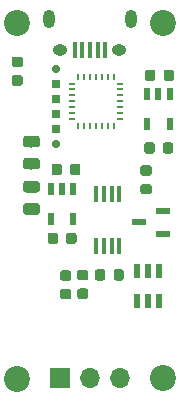
<source format=gbr>
G04 #@! TF.GenerationSoftware,KiCad,Pcbnew,6.0.0-rc1-unknown-bb2e402~84~ubuntu18.04.1*
G04 #@! TF.CreationDate,2019-10-14T10:53:54-04:00
G04 #@! TF.ProjectId,pmtcmini-h10770,706d7463-6d69-46e6-992d-683130373730,rev?*
G04 #@! TF.SameCoordinates,Original*
G04 #@! TF.FileFunction,Soldermask,Top*
G04 #@! TF.FilePolarity,Negative*
%FSLAX46Y46*%
G04 Gerber Fmt 4.6, Leading zero omitted, Abs format (unit mm)*
G04 Created by KiCad (PCBNEW 6.0.0-rc1-unknown-bb2e402~84~ubuntu18.04.1) date Mon 14 Oct 2019 10:53:54 AM EDT*
%MOMM*%
%LPD*%
G04 APERTURE LIST*
%ADD10C,0.100000*%
%ADD11C,0.875000*%
%ADD12R,0.406400X1.371600*%
%ADD13C,2.200000*%
%ADD14R,0.600000X1.250000*%
%ADD15R,1.295400X0.558800*%
%ADD16O,1.700000X1.700000*%
%ADD17R,1.700000X1.700000*%
%ADD18C,0.975000*%
%ADD19R,0.550000X1.050000*%
%ADD20R,0.700000X0.700000*%
%ADD21C,0.704800*%
%ADD22R,0.270000X0.620000*%
%ADD23R,0.620000X0.270000*%
%ADD24O,1.000000X1.550000*%
%ADD25O,1.250000X0.950000*%
%ADD26R,0.400000X1.350000*%
G04 APERTURE END LIST*
D10*
G36*
X137927691Y-76476053D02*
G01*
X137948926Y-76479203D01*
X137969750Y-76484419D01*
X137989962Y-76491651D01*
X138009368Y-76500830D01*
X138027781Y-76511866D01*
X138045024Y-76524654D01*
X138060930Y-76539070D01*
X138075346Y-76554976D01*
X138088134Y-76572219D01*
X138099170Y-76590632D01*
X138108349Y-76610038D01*
X138115581Y-76630250D01*
X138120797Y-76651074D01*
X138123947Y-76672309D01*
X138125000Y-76693750D01*
X138125000Y-77206250D01*
X138123947Y-77227691D01*
X138120797Y-77248926D01*
X138115581Y-77269750D01*
X138108349Y-77289962D01*
X138099170Y-77309368D01*
X138088134Y-77327781D01*
X138075346Y-77345024D01*
X138060930Y-77360930D01*
X138045024Y-77375346D01*
X138027781Y-77388134D01*
X138009368Y-77399170D01*
X137989962Y-77408349D01*
X137969750Y-77415581D01*
X137948926Y-77420797D01*
X137927691Y-77423947D01*
X137906250Y-77425000D01*
X137468750Y-77425000D01*
X137447309Y-77423947D01*
X137426074Y-77420797D01*
X137405250Y-77415581D01*
X137385038Y-77408349D01*
X137365632Y-77399170D01*
X137347219Y-77388134D01*
X137329976Y-77375346D01*
X137314070Y-77360930D01*
X137299654Y-77345024D01*
X137286866Y-77327781D01*
X137275830Y-77309368D01*
X137266651Y-77289962D01*
X137259419Y-77269750D01*
X137254203Y-77248926D01*
X137251053Y-77227691D01*
X137250000Y-77206250D01*
X137250000Y-76693750D01*
X137251053Y-76672309D01*
X137254203Y-76651074D01*
X137259419Y-76630250D01*
X137266651Y-76610038D01*
X137275830Y-76590632D01*
X137286866Y-76572219D01*
X137299654Y-76554976D01*
X137314070Y-76539070D01*
X137329976Y-76524654D01*
X137347219Y-76511866D01*
X137365632Y-76500830D01*
X137385038Y-76491651D01*
X137405250Y-76484419D01*
X137426074Y-76479203D01*
X137447309Y-76476053D01*
X137468750Y-76475000D01*
X137906250Y-76475000D01*
X137927691Y-76476053D01*
X137927691Y-76476053D01*
G37*
D11*
X137687500Y-76950000D03*
D10*
G36*
X136352691Y-76476053D02*
G01*
X136373926Y-76479203D01*
X136394750Y-76484419D01*
X136414962Y-76491651D01*
X136434368Y-76500830D01*
X136452781Y-76511866D01*
X136470024Y-76524654D01*
X136485930Y-76539070D01*
X136500346Y-76554976D01*
X136513134Y-76572219D01*
X136524170Y-76590632D01*
X136533349Y-76610038D01*
X136540581Y-76630250D01*
X136545797Y-76651074D01*
X136548947Y-76672309D01*
X136550000Y-76693750D01*
X136550000Y-77206250D01*
X136548947Y-77227691D01*
X136545797Y-77248926D01*
X136540581Y-77269750D01*
X136533349Y-77289962D01*
X136524170Y-77309368D01*
X136513134Y-77327781D01*
X136500346Y-77345024D01*
X136485930Y-77360930D01*
X136470024Y-77375346D01*
X136452781Y-77388134D01*
X136434368Y-77399170D01*
X136414962Y-77408349D01*
X136394750Y-77415581D01*
X136373926Y-77420797D01*
X136352691Y-77423947D01*
X136331250Y-77425000D01*
X135893750Y-77425000D01*
X135872309Y-77423947D01*
X135851074Y-77420797D01*
X135830250Y-77415581D01*
X135810038Y-77408349D01*
X135790632Y-77399170D01*
X135772219Y-77388134D01*
X135754976Y-77375346D01*
X135739070Y-77360930D01*
X135724654Y-77345024D01*
X135711866Y-77327781D01*
X135700830Y-77309368D01*
X135691651Y-77289962D01*
X135684419Y-77269750D01*
X135679203Y-77248926D01*
X135676053Y-77227691D01*
X135675000Y-77206250D01*
X135675000Y-76693750D01*
X135676053Y-76672309D01*
X135679203Y-76651074D01*
X135684419Y-76630250D01*
X135691651Y-76610038D01*
X135700830Y-76590632D01*
X135711866Y-76572219D01*
X135724654Y-76554976D01*
X135739070Y-76539070D01*
X135754976Y-76524654D01*
X135772219Y-76511866D01*
X135790632Y-76500830D01*
X135810038Y-76491651D01*
X135830250Y-76484419D01*
X135851074Y-76479203D01*
X135872309Y-76476053D01*
X135893750Y-76475000D01*
X136331250Y-76475000D01*
X136352691Y-76476053D01*
X136352691Y-76476053D01*
G37*
D11*
X136112500Y-76950000D03*
D12*
X137740600Y-74484400D03*
X137080200Y-74484400D03*
X136419800Y-74484400D03*
X135759400Y-74484400D03*
X135759400Y-70115600D03*
X136419800Y-70115600D03*
X137080200Y-70115600D03*
X137740600Y-70115600D03*
D13*
X141400000Y-55600000D03*
X129100000Y-55600000D03*
X141400000Y-85700000D03*
X129100000Y-85800000D03*
D14*
X141100000Y-79150000D03*
X140150000Y-79150000D03*
X139200000Y-79150000D03*
X139200000Y-76650000D03*
X140150000Y-76650000D03*
X141100000Y-76650000D03*
D15*
X139421300Y-72500000D03*
X141478700Y-71550000D03*
X141478700Y-73450000D03*
D16*
X137780000Y-85700000D03*
X135240000Y-85700000D03*
D17*
X132700000Y-85700000D03*
D10*
G36*
X129377691Y-58476053D02*
G01*
X129398926Y-58479203D01*
X129419750Y-58484419D01*
X129439962Y-58491651D01*
X129459368Y-58500830D01*
X129477781Y-58511866D01*
X129495024Y-58524654D01*
X129510930Y-58539070D01*
X129525346Y-58554976D01*
X129538134Y-58572219D01*
X129549170Y-58590632D01*
X129558349Y-58610038D01*
X129565581Y-58630250D01*
X129570797Y-58651074D01*
X129573947Y-58672309D01*
X129575000Y-58693750D01*
X129575000Y-59131250D01*
X129573947Y-59152691D01*
X129570797Y-59173926D01*
X129565581Y-59194750D01*
X129558349Y-59214962D01*
X129549170Y-59234368D01*
X129538134Y-59252781D01*
X129525346Y-59270024D01*
X129510930Y-59285930D01*
X129495024Y-59300346D01*
X129477781Y-59313134D01*
X129459368Y-59324170D01*
X129439962Y-59333349D01*
X129419750Y-59340581D01*
X129398926Y-59345797D01*
X129377691Y-59348947D01*
X129356250Y-59350000D01*
X128843750Y-59350000D01*
X128822309Y-59348947D01*
X128801074Y-59345797D01*
X128780250Y-59340581D01*
X128760038Y-59333349D01*
X128740632Y-59324170D01*
X128722219Y-59313134D01*
X128704976Y-59300346D01*
X128689070Y-59285930D01*
X128674654Y-59270024D01*
X128661866Y-59252781D01*
X128650830Y-59234368D01*
X128641651Y-59214962D01*
X128634419Y-59194750D01*
X128629203Y-59173926D01*
X128626053Y-59152691D01*
X128625000Y-59131250D01*
X128625000Y-58693750D01*
X128626053Y-58672309D01*
X128629203Y-58651074D01*
X128634419Y-58630250D01*
X128641651Y-58610038D01*
X128650830Y-58590632D01*
X128661866Y-58572219D01*
X128674654Y-58554976D01*
X128689070Y-58539070D01*
X128704976Y-58524654D01*
X128722219Y-58511866D01*
X128740632Y-58500830D01*
X128760038Y-58491651D01*
X128780250Y-58484419D01*
X128801074Y-58479203D01*
X128822309Y-58476053D01*
X128843750Y-58475000D01*
X129356250Y-58475000D01*
X129377691Y-58476053D01*
X129377691Y-58476053D01*
G37*
D11*
X129100000Y-58912500D03*
D10*
G36*
X129377691Y-60051053D02*
G01*
X129398926Y-60054203D01*
X129419750Y-60059419D01*
X129439962Y-60066651D01*
X129459368Y-60075830D01*
X129477781Y-60086866D01*
X129495024Y-60099654D01*
X129510930Y-60114070D01*
X129525346Y-60129976D01*
X129538134Y-60147219D01*
X129549170Y-60165632D01*
X129558349Y-60185038D01*
X129565581Y-60205250D01*
X129570797Y-60226074D01*
X129573947Y-60247309D01*
X129575000Y-60268750D01*
X129575000Y-60706250D01*
X129573947Y-60727691D01*
X129570797Y-60748926D01*
X129565581Y-60769750D01*
X129558349Y-60789962D01*
X129549170Y-60809368D01*
X129538134Y-60827781D01*
X129525346Y-60845024D01*
X129510930Y-60860930D01*
X129495024Y-60875346D01*
X129477781Y-60888134D01*
X129459368Y-60899170D01*
X129439962Y-60908349D01*
X129419750Y-60915581D01*
X129398926Y-60920797D01*
X129377691Y-60923947D01*
X129356250Y-60925000D01*
X128843750Y-60925000D01*
X128822309Y-60923947D01*
X128801074Y-60920797D01*
X128780250Y-60915581D01*
X128760038Y-60908349D01*
X128740632Y-60899170D01*
X128722219Y-60888134D01*
X128704976Y-60875346D01*
X128689070Y-60860930D01*
X128674654Y-60845024D01*
X128661866Y-60827781D01*
X128650830Y-60809368D01*
X128641651Y-60789962D01*
X128634419Y-60769750D01*
X128629203Y-60748926D01*
X128626053Y-60727691D01*
X128625000Y-60706250D01*
X128625000Y-60268750D01*
X128626053Y-60247309D01*
X128629203Y-60226074D01*
X128634419Y-60205250D01*
X128641651Y-60185038D01*
X128650830Y-60165632D01*
X128661866Y-60147219D01*
X128674654Y-60129976D01*
X128689070Y-60114070D01*
X128704976Y-60099654D01*
X128722219Y-60086866D01*
X128740632Y-60075830D01*
X128760038Y-60066651D01*
X128780250Y-60059419D01*
X128801074Y-60054203D01*
X128822309Y-60051053D01*
X128843750Y-60050000D01*
X129356250Y-60050000D01*
X129377691Y-60051053D01*
X129377691Y-60051053D01*
G37*
D11*
X129100000Y-60487500D03*
D10*
G36*
X130780142Y-65176174D02*
G01*
X130803803Y-65179684D01*
X130827007Y-65185496D01*
X130849529Y-65193554D01*
X130871153Y-65203782D01*
X130891670Y-65216079D01*
X130910883Y-65230329D01*
X130928607Y-65246393D01*
X130944671Y-65264117D01*
X130958921Y-65283330D01*
X130971218Y-65303847D01*
X130981446Y-65325471D01*
X130989504Y-65347993D01*
X130995316Y-65371197D01*
X130998826Y-65394858D01*
X131000000Y-65418750D01*
X131000000Y-65906250D01*
X130998826Y-65930142D01*
X130995316Y-65953803D01*
X130989504Y-65977007D01*
X130981446Y-65999529D01*
X130971218Y-66021153D01*
X130958921Y-66041670D01*
X130944671Y-66060883D01*
X130928607Y-66078607D01*
X130910883Y-66094671D01*
X130891670Y-66108921D01*
X130871153Y-66121218D01*
X130849529Y-66131446D01*
X130827007Y-66139504D01*
X130803803Y-66145316D01*
X130780142Y-66148826D01*
X130756250Y-66150000D01*
X129843750Y-66150000D01*
X129819858Y-66148826D01*
X129796197Y-66145316D01*
X129772993Y-66139504D01*
X129750471Y-66131446D01*
X129728847Y-66121218D01*
X129708330Y-66108921D01*
X129689117Y-66094671D01*
X129671393Y-66078607D01*
X129655329Y-66060883D01*
X129641079Y-66041670D01*
X129628782Y-66021153D01*
X129618554Y-65999529D01*
X129610496Y-65977007D01*
X129604684Y-65953803D01*
X129601174Y-65930142D01*
X129600000Y-65906250D01*
X129600000Y-65418750D01*
X129601174Y-65394858D01*
X129604684Y-65371197D01*
X129610496Y-65347993D01*
X129618554Y-65325471D01*
X129628782Y-65303847D01*
X129641079Y-65283330D01*
X129655329Y-65264117D01*
X129671393Y-65246393D01*
X129689117Y-65230329D01*
X129708330Y-65216079D01*
X129728847Y-65203782D01*
X129750471Y-65193554D01*
X129772993Y-65185496D01*
X129796197Y-65179684D01*
X129819858Y-65176174D01*
X129843750Y-65175000D01*
X130756250Y-65175000D01*
X130780142Y-65176174D01*
X130780142Y-65176174D01*
G37*
D18*
X130300000Y-65662500D03*
D10*
G36*
X130780142Y-67051174D02*
G01*
X130803803Y-67054684D01*
X130827007Y-67060496D01*
X130849529Y-67068554D01*
X130871153Y-67078782D01*
X130891670Y-67091079D01*
X130910883Y-67105329D01*
X130928607Y-67121393D01*
X130944671Y-67139117D01*
X130958921Y-67158330D01*
X130971218Y-67178847D01*
X130981446Y-67200471D01*
X130989504Y-67222993D01*
X130995316Y-67246197D01*
X130998826Y-67269858D01*
X131000000Y-67293750D01*
X131000000Y-67781250D01*
X130998826Y-67805142D01*
X130995316Y-67828803D01*
X130989504Y-67852007D01*
X130981446Y-67874529D01*
X130971218Y-67896153D01*
X130958921Y-67916670D01*
X130944671Y-67935883D01*
X130928607Y-67953607D01*
X130910883Y-67969671D01*
X130891670Y-67983921D01*
X130871153Y-67996218D01*
X130849529Y-68006446D01*
X130827007Y-68014504D01*
X130803803Y-68020316D01*
X130780142Y-68023826D01*
X130756250Y-68025000D01*
X129843750Y-68025000D01*
X129819858Y-68023826D01*
X129796197Y-68020316D01*
X129772993Y-68014504D01*
X129750471Y-68006446D01*
X129728847Y-67996218D01*
X129708330Y-67983921D01*
X129689117Y-67969671D01*
X129671393Y-67953607D01*
X129655329Y-67935883D01*
X129641079Y-67916670D01*
X129628782Y-67896153D01*
X129618554Y-67874529D01*
X129610496Y-67852007D01*
X129604684Y-67828803D01*
X129601174Y-67805142D01*
X129600000Y-67781250D01*
X129600000Y-67293750D01*
X129601174Y-67269858D01*
X129604684Y-67246197D01*
X129610496Y-67222993D01*
X129618554Y-67200471D01*
X129628782Y-67178847D01*
X129641079Y-67158330D01*
X129655329Y-67139117D01*
X129671393Y-67121393D01*
X129689117Y-67105329D01*
X129708330Y-67091079D01*
X129728847Y-67078782D01*
X129750471Y-67068554D01*
X129772993Y-67060496D01*
X129796197Y-67054684D01*
X129819858Y-67051174D01*
X129843750Y-67050000D01*
X130756250Y-67050000D01*
X130780142Y-67051174D01*
X130780142Y-67051174D01*
G37*
D18*
X130300000Y-67537500D03*
D10*
G36*
X130780142Y-69001174D02*
G01*
X130803803Y-69004684D01*
X130827007Y-69010496D01*
X130849529Y-69018554D01*
X130871153Y-69028782D01*
X130891670Y-69041079D01*
X130910883Y-69055329D01*
X130928607Y-69071393D01*
X130944671Y-69089117D01*
X130958921Y-69108330D01*
X130971218Y-69128847D01*
X130981446Y-69150471D01*
X130989504Y-69172993D01*
X130995316Y-69196197D01*
X130998826Y-69219858D01*
X131000000Y-69243750D01*
X131000000Y-69731250D01*
X130998826Y-69755142D01*
X130995316Y-69778803D01*
X130989504Y-69802007D01*
X130981446Y-69824529D01*
X130971218Y-69846153D01*
X130958921Y-69866670D01*
X130944671Y-69885883D01*
X130928607Y-69903607D01*
X130910883Y-69919671D01*
X130891670Y-69933921D01*
X130871153Y-69946218D01*
X130849529Y-69956446D01*
X130827007Y-69964504D01*
X130803803Y-69970316D01*
X130780142Y-69973826D01*
X130756250Y-69975000D01*
X129843750Y-69975000D01*
X129819858Y-69973826D01*
X129796197Y-69970316D01*
X129772993Y-69964504D01*
X129750471Y-69956446D01*
X129728847Y-69946218D01*
X129708330Y-69933921D01*
X129689117Y-69919671D01*
X129671393Y-69903607D01*
X129655329Y-69885883D01*
X129641079Y-69866670D01*
X129628782Y-69846153D01*
X129618554Y-69824529D01*
X129610496Y-69802007D01*
X129604684Y-69778803D01*
X129601174Y-69755142D01*
X129600000Y-69731250D01*
X129600000Y-69243750D01*
X129601174Y-69219858D01*
X129604684Y-69196197D01*
X129610496Y-69172993D01*
X129618554Y-69150471D01*
X129628782Y-69128847D01*
X129641079Y-69108330D01*
X129655329Y-69089117D01*
X129671393Y-69071393D01*
X129689117Y-69055329D01*
X129708330Y-69041079D01*
X129728847Y-69028782D01*
X129750471Y-69018554D01*
X129772993Y-69010496D01*
X129796197Y-69004684D01*
X129819858Y-69001174D01*
X129843750Y-69000000D01*
X130756250Y-69000000D01*
X130780142Y-69001174D01*
X130780142Y-69001174D01*
G37*
D18*
X130300000Y-69487500D03*
D10*
G36*
X130780142Y-70876174D02*
G01*
X130803803Y-70879684D01*
X130827007Y-70885496D01*
X130849529Y-70893554D01*
X130871153Y-70903782D01*
X130891670Y-70916079D01*
X130910883Y-70930329D01*
X130928607Y-70946393D01*
X130944671Y-70964117D01*
X130958921Y-70983330D01*
X130971218Y-71003847D01*
X130981446Y-71025471D01*
X130989504Y-71047993D01*
X130995316Y-71071197D01*
X130998826Y-71094858D01*
X131000000Y-71118750D01*
X131000000Y-71606250D01*
X130998826Y-71630142D01*
X130995316Y-71653803D01*
X130989504Y-71677007D01*
X130981446Y-71699529D01*
X130971218Y-71721153D01*
X130958921Y-71741670D01*
X130944671Y-71760883D01*
X130928607Y-71778607D01*
X130910883Y-71794671D01*
X130891670Y-71808921D01*
X130871153Y-71821218D01*
X130849529Y-71831446D01*
X130827007Y-71839504D01*
X130803803Y-71845316D01*
X130780142Y-71848826D01*
X130756250Y-71850000D01*
X129843750Y-71850000D01*
X129819858Y-71848826D01*
X129796197Y-71845316D01*
X129772993Y-71839504D01*
X129750471Y-71831446D01*
X129728847Y-71821218D01*
X129708330Y-71808921D01*
X129689117Y-71794671D01*
X129671393Y-71778607D01*
X129655329Y-71760883D01*
X129641079Y-71741670D01*
X129628782Y-71721153D01*
X129618554Y-71699529D01*
X129610496Y-71677007D01*
X129604684Y-71653803D01*
X129601174Y-71630142D01*
X129600000Y-71606250D01*
X129600000Y-71118750D01*
X129601174Y-71094858D01*
X129604684Y-71071197D01*
X129610496Y-71047993D01*
X129618554Y-71025471D01*
X129628782Y-71003847D01*
X129641079Y-70983330D01*
X129655329Y-70964117D01*
X129671393Y-70946393D01*
X129689117Y-70930329D01*
X129708330Y-70916079D01*
X129728847Y-70903782D01*
X129750471Y-70893554D01*
X129772993Y-70885496D01*
X129796197Y-70879684D01*
X129819858Y-70876174D01*
X129843750Y-70875000D01*
X130756250Y-70875000D01*
X130780142Y-70876174D01*
X130780142Y-70876174D01*
G37*
D18*
X130300000Y-71362500D03*
D10*
G36*
X134927691Y-78101053D02*
G01*
X134948926Y-78104203D01*
X134969750Y-78109419D01*
X134989962Y-78116651D01*
X135009368Y-78125830D01*
X135027781Y-78136866D01*
X135045024Y-78149654D01*
X135060930Y-78164070D01*
X135075346Y-78179976D01*
X135088134Y-78197219D01*
X135099170Y-78215632D01*
X135108349Y-78235038D01*
X135115581Y-78255250D01*
X135120797Y-78276074D01*
X135123947Y-78297309D01*
X135125000Y-78318750D01*
X135125000Y-78756250D01*
X135123947Y-78777691D01*
X135120797Y-78798926D01*
X135115581Y-78819750D01*
X135108349Y-78839962D01*
X135099170Y-78859368D01*
X135088134Y-78877781D01*
X135075346Y-78895024D01*
X135060930Y-78910930D01*
X135045024Y-78925346D01*
X135027781Y-78938134D01*
X135009368Y-78949170D01*
X134989962Y-78958349D01*
X134969750Y-78965581D01*
X134948926Y-78970797D01*
X134927691Y-78973947D01*
X134906250Y-78975000D01*
X134393750Y-78975000D01*
X134372309Y-78973947D01*
X134351074Y-78970797D01*
X134330250Y-78965581D01*
X134310038Y-78958349D01*
X134290632Y-78949170D01*
X134272219Y-78938134D01*
X134254976Y-78925346D01*
X134239070Y-78910930D01*
X134224654Y-78895024D01*
X134211866Y-78877781D01*
X134200830Y-78859368D01*
X134191651Y-78839962D01*
X134184419Y-78819750D01*
X134179203Y-78798926D01*
X134176053Y-78777691D01*
X134175000Y-78756250D01*
X134175000Y-78318750D01*
X134176053Y-78297309D01*
X134179203Y-78276074D01*
X134184419Y-78255250D01*
X134191651Y-78235038D01*
X134200830Y-78215632D01*
X134211866Y-78197219D01*
X134224654Y-78179976D01*
X134239070Y-78164070D01*
X134254976Y-78149654D01*
X134272219Y-78136866D01*
X134290632Y-78125830D01*
X134310038Y-78116651D01*
X134330250Y-78109419D01*
X134351074Y-78104203D01*
X134372309Y-78101053D01*
X134393750Y-78100000D01*
X134906250Y-78100000D01*
X134927691Y-78101053D01*
X134927691Y-78101053D01*
G37*
D11*
X134650000Y-78537500D03*
D10*
G36*
X134927691Y-76526053D02*
G01*
X134948926Y-76529203D01*
X134969750Y-76534419D01*
X134989962Y-76541651D01*
X135009368Y-76550830D01*
X135027781Y-76561866D01*
X135045024Y-76574654D01*
X135060930Y-76589070D01*
X135075346Y-76604976D01*
X135088134Y-76622219D01*
X135099170Y-76640632D01*
X135108349Y-76660038D01*
X135115581Y-76680250D01*
X135120797Y-76701074D01*
X135123947Y-76722309D01*
X135125000Y-76743750D01*
X135125000Y-77181250D01*
X135123947Y-77202691D01*
X135120797Y-77223926D01*
X135115581Y-77244750D01*
X135108349Y-77264962D01*
X135099170Y-77284368D01*
X135088134Y-77302781D01*
X135075346Y-77320024D01*
X135060930Y-77335930D01*
X135045024Y-77350346D01*
X135027781Y-77363134D01*
X135009368Y-77374170D01*
X134989962Y-77383349D01*
X134969750Y-77390581D01*
X134948926Y-77395797D01*
X134927691Y-77398947D01*
X134906250Y-77400000D01*
X134393750Y-77400000D01*
X134372309Y-77398947D01*
X134351074Y-77395797D01*
X134330250Y-77390581D01*
X134310038Y-77383349D01*
X134290632Y-77374170D01*
X134272219Y-77363134D01*
X134254976Y-77350346D01*
X134239070Y-77335930D01*
X134224654Y-77320024D01*
X134211866Y-77302781D01*
X134200830Y-77284368D01*
X134191651Y-77264962D01*
X134184419Y-77244750D01*
X134179203Y-77223926D01*
X134176053Y-77202691D01*
X134175000Y-77181250D01*
X134175000Y-76743750D01*
X134176053Y-76722309D01*
X134179203Y-76701074D01*
X134184419Y-76680250D01*
X134191651Y-76660038D01*
X134200830Y-76640632D01*
X134211866Y-76622219D01*
X134224654Y-76604976D01*
X134239070Y-76589070D01*
X134254976Y-76574654D01*
X134272219Y-76561866D01*
X134290632Y-76550830D01*
X134310038Y-76541651D01*
X134330250Y-76534419D01*
X134351074Y-76529203D01*
X134372309Y-76526053D01*
X134393750Y-76525000D01*
X134906250Y-76525000D01*
X134927691Y-76526053D01*
X134927691Y-76526053D01*
G37*
D11*
X134650000Y-76962500D03*
D10*
G36*
X133477691Y-76563553D02*
G01*
X133498926Y-76566703D01*
X133519750Y-76571919D01*
X133539962Y-76579151D01*
X133559368Y-76588330D01*
X133577781Y-76599366D01*
X133595024Y-76612154D01*
X133610930Y-76626570D01*
X133625346Y-76642476D01*
X133638134Y-76659719D01*
X133649170Y-76678132D01*
X133658349Y-76697538D01*
X133665581Y-76717750D01*
X133670797Y-76738574D01*
X133673947Y-76759809D01*
X133675000Y-76781250D01*
X133675000Y-77218750D01*
X133673947Y-77240191D01*
X133670797Y-77261426D01*
X133665581Y-77282250D01*
X133658349Y-77302462D01*
X133649170Y-77321868D01*
X133638134Y-77340281D01*
X133625346Y-77357524D01*
X133610930Y-77373430D01*
X133595024Y-77387846D01*
X133577781Y-77400634D01*
X133559368Y-77411670D01*
X133539962Y-77420849D01*
X133519750Y-77428081D01*
X133498926Y-77433297D01*
X133477691Y-77436447D01*
X133456250Y-77437500D01*
X132943750Y-77437500D01*
X132922309Y-77436447D01*
X132901074Y-77433297D01*
X132880250Y-77428081D01*
X132860038Y-77420849D01*
X132840632Y-77411670D01*
X132822219Y-77400634D01*
X132804976Y-77387846D01*
X132789070Y-77373430D01*
X132774654Y-77357524D01*
X132761866Y-77340281D01*
X132750830Y-77321868D01*
X132741651Y-77302462D01*
X132734419Y-77282250D01*
X132729203Y-77261426D01*
X132726053Y-77240191D01*
X132725000Y-77218750D01*
X132725000Y-76781250D01*
X132726053Y-76759809D01*
X132729203Y-76738574D01*
X132734419Y-76717750D01*
X132741651Y-76697538D01*
X132750830Y-76678132D01*
X132761866Y-76659719D01*
X132774654Y-76642476D01*
X132789070Y-76626570D01*
X132804976Y-76612154D01*
X132822219Y-76599366D01*
X132840632Y-76588330D01*
X132860038Y-76579151D01*
X132880250Y-76571919D01*
X132901074Y-76566703D01*
X132922309Y-76563553D01*
X132943750Y-76562500D01*
X133456250Y-76562500D01*
X133477691Y-76563553D01*
X133477691Y-76563553D01*
G37*
D11*
X133200000Y-77000000D03*
D10*
G36*
X133477691Y-78138553D02*
G01*
X133498926Y-78141703D01*
X133519750Y-78146919D01*
X133539962Y-78154151D01*
X133559368Y-78163330D01*
X133577781Y-78174366D01*
X133595024Y-78187154D01*
X133610930Y-78201570D01*
X133625346Y-78217476D01*
X133638134Y-78234719D01*
X133649170Y-78253132D01*
X133658349Y-78272538D01*
X133665581Y-78292750D01*
X133670797Y-78313574D01*
X133673947Y-78334809D01*
X133675000Y-78356250D01*
X133675000Y-78793750D01*
X133673947Y-78815191D01*
X133670797Y-78836426D01*
X133665581Y-78857250D01*
X133658349Y-78877462D01*
X133649170Y-78896868D01*
X133638134Y-78915281D01*
X133625346Y-78932524D01*
X133610930Y-78948430D01*
X133595024Y-78962846D01*
X133577781Y-78975634D01*
X133559368Y-78986670D01*
X133539962Y-78995849D01*
X133519750Y-79003081D01*
X133498926Y-79008297D01*
X133477691Y-79011447D01*
X133456250Y-79012500D01*
X132943750Y-79012500D01*
X132922309Y-79011447D01*
X132901074Y-79008297D01*
X132880250Y-79003081D01*
X132860038Y-78995849D01*
X132840632Y-78986670D01*
X132822219Y-78975634D01*
X132804976Y-78962846D01*
X132789070Y-78948430D01*
X132774654Y-78932524D01*
X132761866Y-78915281D01*
X132750830Y-78896868D01*
X132741651Y-78877462D01*
X132734419Y-78857250D01*
X132729203Y-78836426D01*
X132726053Y-78815191D01*
X132725000Y-78793750D01*
X132725000Y-78356250D01*
X132726053Y-78334809D01*
X132729203Y-78313574D01*
X132734419Y-78292750D01*
X132741651Y-78272538D01*
X132750830Y-78253132D01*
X132761866Y-78234719D01*
X132774654Y-78217476D01*
X132789070Y-78201570D01*
X132804976Y-78187154D01*
X132822219Y-78174366D01*
X132840632Y-78163330D01*
X132860038Y-78154151D01*
X132880250Y-78146919D01*
X132901074Y-78141703D01*
X132922309Y-78138553D01*
X132943750Y-78137500D01*
X133456250Y-78137500D01*
X133477691Y-78138553D01*
X133477691Y-78138553D01*
G37*
D11*
X133200000Y-78575000D03*
D10*
G36*
X142102691Y-65726053D02*
G01*
X142123926Y-65729203D01*
X142144750Y-65734419D01*
X142164962Y-65741651D01*
X142184368Y-65750830D01*
X142202781Y-65761866D01*
X142220024Y-65774654D01*
X142235930Y-65789070D01*
X142250346Y-65804976D01*
X142263134Y-65822219D01*
X142274170Y-65840632D01*
X142283349Y-65860038D01*
X142290581Y-65880250D01*
X142295797Y-65901074D01*
X142298947Y-65922309D01*
X142300000Y-65943750D01*
X142300000Y-66456250D01*
X142298947Y-66477691D01*
X142295797Y-66498926D01*
X142290581Y-66519750D01*
X142283349Y-66539962D01*
X142274170Y-66559368D01*
X142263134Y-66577781D01*
X142250346Y-66595024D01*
X142235930Y-66610930D01*
X142220024Y-66625346D01*
X142202781Y-66638134D01*
X142184368Y-66649170D01*
X142164962Y-66658349D01*
X142144750Y-66665581D01*
X142123926Y-66670797D01*
X142102691Y-66673947D01*
X142081250Y-66675000D01*
X141643750Y-66675000D01*
X141622309Y-66673947D01*
X141601074Y-66670797D01*
X141580250Y-66665581D01*
X141560038Y-66658349D01*
X141540632Y-66649170D01*
X141522219Y-66638134D01*
X141504976Y-66625346D01*
X141489070Y-66610930D01*
X141474654Y-66595024D01*
X141461866Y-66577781D01*
X141450830Y-66559368D01*
X141441651Y-66539962D01*
X141434419Y-66519750D01*
X141429203Y-66498926D01*
X141426053Y-66477691D01*
X141425000Y-66456250D01*
X141425000Y-65943750D01*
X141426053Y-65922309D01*
X141429203Y-65901074D01*
X141434419Y-65880250D01*
X141441651Y-65860038D01*
X141450830Y-65840632D01*
X141461866Y-65822219D01*
X141474654Y-65804976D01*
X141489070Y-65789070D01*
X141504976Y-65774654D01*
X141522219Y-65761866D01*
X141540632Y-65750830D01*
X141560038Y-65741651D01*
X141580250Y-65734419D01*
X141601074Y-65729203D01*
X141622309Y-65726053D01*
X141643750Y-65725000D01*
X142081250Y-65725000D01*
X142102691Y-65726053D01*
X142102691Y-65726053D01*
G37*
D11*
X141862500Y-66200000D03*
D10*
G36*
X140527691Y-65726053D02*
G01*
X140548926Y-65729203D01*
X140569750Y-65734419D01*
X140589962Y-65741651D01*
X140609368Y-65750830D01*
X140627781Y-65761866D01*
X140645024Y-65774654D01*
X140660930Y-65789070D01*
X140675346Y-65804976D01*
X140688134Y-65822219D01*
X140699170Y-65840632D01*
X140708349Y-65860038D01*
X140715581Y-65880250D01*
X140720797Y-65901074D01*
X140723947Y-65922309D01*
X140725000Y-65943750D01*
X140725000Y-66456250D01*
X140723947Y-66477691D01*
X140720797Y-66498926D01*
X140715581Y-66519750D01*
X140708349Y-66539962D01*
X140699170Y-66559368D01*
X140688134Y-66577781D01*
X140675346Y-66595024D01*
X140660930Y-66610930D01*
X140645024Y-66625346D01*
X140627781Y-66638134D01*
X140609368Y-66649170D01*
X140589962Y-66658349D01*
X140569750Y-66665581D01*
X140548926Y-66670797D01*
X140527691Y-66673947D01*
X140506250Y-66675000D01*
X140068750Y-66675000D01*
X140047309Y-66673947D01*
X140026074Y-66670797D01*
X140005250Y-66665581D01*
X139985038Y-66658349D01*
X139965632Y-66649170D01*
X139947219Y-66638134D01*
X139929976Y-66625346D01*
X139914070Y-66610930D01*
X139899654Y-66595024D01*
X139886866Y-66577781D01*
X139875830Y-66559368D01*
X139866651Y-66539962D01*
X139859419Y-66519750D01*
X139854203Y-66498926D01*
X139851053Y-66477691D01*
X139850000Y-66456250D01*
X139850000Y-65943750D01*
X139851053Y-65922309D01*
X139854203Y-65901074D01*
X139859419Y-65880250D01*
X139866651Y-65860038D01*
X139875830Y-65840632D01*
X139886866Y-65822219D01*
X139899654Y-65804976D01*
X139914070Y-65789070D01*
X139929976Y-65774654D01*
X139947219Y-65761866D01*
X139965632Y-65750830D01*
X139985038Y-65741651D01*
X140005250Y-65734419D01*
X140026074Y-65729203D01*
X140047309Y-65726053D01*
X140068750Y-65725000D01*
X140506250Y-65725000D01*
X140527691Y-65726053D01*
X140527691Y-65726053D01*
G37*
D11*
X140287500Y-66200000D03*
D10*
G36*
X133927691Y-73376053D02*
G01*
X133948926Y-73379203D01*
X133969750Y-73384419D01*
X133989962Y-73391651D01*
X134009368Y-73400830D01*
X134027781Y-73411866D01*
X134045024Y-73424654D01*
X134060930Y-73439070D01*
X134075346Y-73454976D01*
X134088134Y-73472219D01*
X134099170Y-73490632D01*
X134108349Y-73510038D01*
X134115581Y-73530250D01*
X134120797Y-73551074D01*
X134123947Y-73572309D01*
X134125000Y-73593750D01*
X134125000Y-74106250D01*
X134123947Y-74127691D01*
X134120797Y-74148926D01*
X134115581Y-74169750D01*
X134108349Y-74189962D01*
X134099170Y-74209368D01*
X134088134Y-74227781D01*
X134075346Y-74245024D01*
X134060930Y-74260930D01*
X134045024Y-74275346D01*
X134027781Y-74288134D01*
X134009368Y-74299170D01*
X133989962Y-74308349D01*
X133969750Y-74315581D01*
X133948926Y-74320797D01*
X133927691Y-74323947D01*
X133906250Y-74325000D01*
X133468750Y-74325000D01*
X133447309Y-74323947D01*
X133426074Y-74320797D01*
X133405250Y-74315581D01*
X133385038Y-74308349D01*
X133365632Y-74299170D01*
X133347219Y-74288134D01*
X133329976Y-74275346D01*
X133314070Y-74260930D01*
X133299654Y-74245024D01*
X133286866Y-74227781D01*
X133275830Y-74209368D01*
X133266651Y-74189962D01*
X133259419Y-74169750D01*
X133254203Y-74148926D01*
X133251053Y-74127691D01*
X133250000Y-74106250D01*
X133250000Y-73593750D01*
X133251053Y-73572309D01*
X133254203Y-73551074D01*
X133259419Y-73530250D01*
X133266651Y-73510038D01*
X133275830Y-73490632D01*
X133286866Y-73472219D01*
X133299654Y-73454976D01*
X133314070Y-73439070D01*
X133329976Y-73424654D01*
X133347219Y-73411866D01*
X133365632Y-73400830D01*
X133385038Y-73391651D01*
X133405250Y-73384419D01*
X133426074Y-73379203D01*
X133447309Y-73376053D01*
X133468750Y-73375000D01*
X133906250Y-73375000D01*
X133927691Y-73376053D01*
X133927691Y-73376053D01*
G37*
D11*
X133687500Y-73850000D03*
D10*
G36*
X132352691Y-73376053D02*
G01*
X132373926Y-73379203D01*
X132394750Y-73384419D01*
X132414962Y-73391651D01*
X132434368Y-73400830D01*
X132452781Y-73411866D01*
X132470024Y-73424654D01*
X132485930Y-73439070D01*
X132500346Y-73454976D01*
X132513134Y-73472219D01*
X132524170Y-73490632D01*
X132533349Y-73510038D01*
X132540581Y-73530250D01*
X132545797Y-73551074D01*
X132548947Y-73572309D01*
X132550000Y-73593750D01*
X132550000Y-74106250D01*
X132548947Y-74127691D01*
X132545797Y-74148926D01*
X132540581Y-74169750D01*
X132533349Y-74189962D01*
X132524170Y-74209368D01*
X132513134Y-74227781D01*
X132500346Y-74245024D01*
X132485930Y-74260930D01*
X132470024Y-74275346D01*
X132452781Y-74288134D01*
X132434368Y-74299170D01*
X132414962Y-74308349D01*
X132394750Y-74315581D01*
X132373926Y-74320797D01*
X132352691Y-74323947D01*
X132331250Y-74325000D01*
X131893750Y-74325000D01*
X131872309Y-74323947D01*
X131851074Y-74320797D01*
X131830250Y-74315581D01*
X131810038Y-74308349D01*
X131790632Y-74299170D01*
X131772219Y-74288134D01*
X131754976Y-74275346D01*
X131739070Y-74260930D01*
X131724654Y-74245024D01*
X131711866Y-74227781D01*
X131700830Y-74209368D01*
X131691651Y-74189962D01*
X131684419Y-74169750D01*
X131679203Y-74148926D01*
X131676053Y-74127691D01*
X131675000Y-74106250D01*
X131675000Y-73593750D01*
X131676053Y-73572309D01*
X131679203Y-73551074D01*
X131684419Y-73530250D01*
X131691651Y-73510038D01*
X131700830Y-73490632D01*
X131711866Y-73472219D01*
X131724654Y-73454976D01*
X131739070Y-73439070D01*
X131754976Y-73424654D01*
X131772219Y-73411866D01*
X131790632Y-73400830D01*
X131810038Y-73391651D01*
X131830250Y-73384419D01*
X131851074Y-73379203D01*
X131872309Y-73376053D01*
X131893750Y-73375000D01*
X132331250Y-73375000D01*
X132352691Y-73376053D01*
X132352691Y-73376053D01*
G37*
D11*
X132112500Y-73850000D03*
D10*
G36*
X140602691Y-59576053D02*
G01*
X140623926Y-59579203D01*
X140644750Y-59584419D01*
X140664962Y-59591651D01*
X140684368Y-59600830D01*
X140702781Y-59611866D01*
X140720024Y-59624654D01*
X140735930Y-59639070D01*
X140750346Y-59654976D01*
X140763134Y-59672219D01*
X140774170Y-59690632D01*
X140783349Y-59710038D01*
X140790581Y-59730250D01*
X140795797Y-59751074D01*
X140798947Y-59772309D01*
X140800000Y-59793750D01*
X140800000Y-60306250D01*
X140798947Y-60327691D01*
X140795797Y-60348926D01*
X140790581Y-60369750D01*
X140783349Y-60389962D01*
X140774170Y-60409368D01*
X140763134Y-60427781D01*
X140750346Y-60445024D01*
X140735930Y-60460930D01*
X140720024Y-60475346D01*
X140702781Y-60488134D01*
X140684368Y-60499170D01*
X140664962Y-60508349D01*
X140644750Y-60515581D01*
X140623926Y-60520797D01*
X140602691Y-60523947D01*
X140581250Y-60525000D01*
X140143750Y-60525000D01*
X140122309Y-60523947D01*
X140101074Y-60520797D01*
X140080250Y-60515581D01*
X140060038Y-60508349D01*
X140040632Y-60499170D01*
X140022219Y-60488134D01*
X140004976Y-60475346D01*
X139989070Y-60460930D01*
X139974654Y-60445024D01*
X139961866Y-60427781D01*
X139950830Y-60409368D01*
X139941651Y-60389962D01*
X139934419Y-60369750D01*
X139929203Y-60348926D01*
X139926053Y-60327691D01*
X139925000Y-60306250D01*
X139925000Y-59793750D01*
X139926053Y-59772309D01*
X139929203Y-59751074D01*
X139934419Y-59730250D01*
X139941651Y-59710038D01*
X139950830Y-59690632D01*
X139961866Y-59672219D01*
X139974654Y-59654976D01*
X139989070Y-59639070D01*
X140004976Y-59624654D01*
X140022219Y-59611866D01*
X140040632Y-59600830D01*
X140060038Y-59591651D01*
X140080250Y-59584419D01*
X140101074Y-59579203D01*
X140122309Y-59576053D01*
X140143750Y-59575000D01*
X140581250Y-59575000D01*
X140602691Y-59576053D01*
X140602691Y-59576053D01*
G37*
D11*
X140362500Y-60050000D03*
D10*
G36*
X142177691Y-59576053D02*
G01*
X142198926Y-59579203D01*
X142219750Y-59584419D01*
X142239962Y-59591651D01*
X142259368Y-59600830D01*
X142277781Y-59611866D01*
X142295024Y-59624654D01*
X142310930Y-59639070D01*
X142325346Y-59654976D01*
X142338134Y-59672219D01*
X142349170Y-59690632D01*
X142358349Y-59710038D01*
X142365581Y-59730250D01*
X142370797Y-59751074D01*
X142373947Y-59772309D01*
X142375000Y-59793750D01*
X142375000Y-60306250D01*
X142373947Y-60327691D01*
X142370797Y-60348926D01*
X142365581Y-60369750D01*
X142358349Y-60389962D01*
X142349170Y-60409368D01*
X142338134Y-60427781D01*
X142325346Y-60445024D01*
X142310930Y-60460930D01*
X142295024Y-60475346D01*
X142277781Y-60488134D01*
X142259368Y-60499170D01*
X142239962Y-60508349D01*
X142219750Y-60515581D01*
X142198926Y-60520797D01*
X142177691Y-60523947D01*
X142156250Y-60525000D01*
X141718750Y-60525000D01*
X141697309Y-60523947D01*
X141676074Y-60520797D01*
X141655250Y-60515581D01*
X141635038Y-60508349D01*
X141615632Y-60499170D01*
X141597219Y-60488134D01*
X141579976Y-60475346D01*
X141564070Y-60460930D01*
X141549654Y-60445024D01*
X141536866Y-60427781D01*
X141525830Y-60409368D01*
X141516651Y-60389962D01*
X141509419Y-60369750D01*
X141504203Y-60348926D01*
X141501053Y-60327691D01*
X141500000Y-60306250D01*
X141500000Y-59793750D01*
X141501053Y-59772309D01*
X141504203Y-59751074D01*
X141509419Y-59730250D01*
X141516651Y-59710038D01*
X141525830Y-59690632D01*
X141536866Y-59672219D01*
X141549654Y-59654976D01*
X141564070Y-59639070D01*
X141579976Y-59624654D01*
X141597219Y-59611866D01*
X141615632Y-59600830D01*
X141635038Y-59591651D01*
X141655250Y-59584419D01*
X141676074Y-59579203D01*
X141697309Y-59576053D01*
X141718750Y-59575000D01*
X142156250Y-59575000D01*
X142177691Y-59576053D01*
X142177691Y-59576053D01*
G37*
D11*
X141937500Y-60050000D03*
D10*
G36*
X132677691Y-67551053D02*
G01*
X132698926Y-67554203D01*
X132719750Y-67559419D01*
X132739962Y-67566651D01*
X132759368Y-67575830D01*
X132777781Y-67586866D01*
X132795024Y-67599654D01*
X132810930Y-67614070D01*
X132825346Y-67629976D01*
X132838134Y-67647219D01*
X132849170Y-67665632D01*
X132858349Y-67685038D01*
X132865581Y-67705250D01*
X132870797Y-67726074D01*
X132873947Y-67747309D01*
X132875000Y-67768750D01*
X132875000Y-68281250D01*
X132873947Y-68302691D01*
X132870797Y-68323926D01*
X132865581Y-68344750D01*
X132858349Y-68364962D01*
X132849170Y-68384368D01*
X132838134Y-68402781D01*
X132825346Y-68420024D01*
X132810930Y-68435930D01*
X132795024Y-68450346D01*
X132777781Y-68463134D01*
X132759368Y-68474170D01*
X132739962Y-68483349D01*
X132719750Y-68490581D01*
X132698926Y-68495797D01*
X132677691Y-68498947D01*
X132656250Y-68500000D01*
X132218750Y-68500000D01*
X132197309Y-68498947D01*
X132176074Y-68495797D01*
X132155250Y-68490581D01*
X132135038Y-68483349D01*
X132115632Y-68474170D01*
X132097219Y-68463134D01*
X132079976Y-68450346D01*
X132064070Y-68435930D01*
X132049654Y-68420024D01*
X132036866Y-68402781D01*
X132025830Y-68384368D01*
X132016651Y-68364962D01*
X132009419Y-68344750D01*
X132004203Y-68323926D01*
X132001053Y-68302691D01*
X132000000Y-68281250D01*
X132000000Y-67768750D01*
X132001053Y-67747309D01*
X132004203Y-67726074D01*
X132009419Y-67705250D01*
X132016651Y-67685038D01*
X132025830Y-67665632D01*
X132036866Y-67647219D01*
X132049654Y-67629976D01*
X132064070Y-67614070D01*
X132079976Y-67599654D01*
X132097219Y-67586866D01*
X132115632Y-67575830D01*
X132135038Y-67566651D01*
X132155250Y-67559419D01*
X132176074Y-67554203D01*
X132197309Y-67551053D01*
X132218750Y-67550000D01*
X132656250Y-67550000D01*
X132677691Y-67551053D01*
X132677691Y-67551053D01*
G37*
D11*
X132437500Y-68025000D03*
D10*
G36*
X134252691Y-67551053D02*
G01*
X134273926Y-67554203D01*
X134294750Y-67559419D01*
X134314962Y-67566651D01*
X134334368Y-67575830D01*
X134352781Y-67586866D01*
X134370024Y-67599654D01*
X134385930Y-67614070D01*
X134400346Y-67629976D01*
X134413134Y-67647219D01*
X134424170Y-67665632D01*
X134433349Y-67685038D01*
X134440581Y-67705250D01*
X134445797Y-67726074D01*
X134448947Y-67747309D01*
X134450000Y-67768750D01*
X134450000Y-68281250D01*
X134448947Y-68302691D01*
X134445797Y-68323926D01*
X134440581Y-68344750D01*
X134433349Y-68364962D01*
X134424170Y-68384368D01*
X134413134Y-68402781D01*
X134400346Y-68420024D01*
X134385930Y-68435930D01*
X134370024Y-68450346D01*
X134352781Y-68463134D01*
X134334368Y-68474170D01*
X134314962Y-68483349D01*
X134294750Y-68490581D01*
X134273926Y-68495797D01*
X134252691Y-68498947D01*
X134231250Y-68500000D01*
X133793750Y-68500000D01*
X133772309Y-68498947D01*
X133751074Y-68495797D01*
X133730250Y-68490581D01*
X133710038Y-68483349D01*
X133690632Y-68474170D01*
X133672219Y-68463134D01*
X133654976Y-68450346D01*
X133639070Y-68435930D01*
X133624654Y-68420024D01*
X133611866Y-68402781D01*
X133600830Y-68384368D01*
X133591651Y-68364962D01*
X133584419Y-68344750D01*
X133579203Y-68323926D01*
X133576053Y-68302691D01*
X133575000Y-68281250D01*
X133575000Y-67768750D01*
X133576053Y-67747309D01*
X133579203Y-67726074D01*
X133584419Y-67705250D01*
X133591651Y-67685038D01*
X133600830Y-67665632D01*
X133611866Y-67647219D01*
X133624654Y-67629976D01*
X133639070Y-67614070D01*
X133654976Y-67599654D01*
X133672219Y-67586866D01*
X133690632Y-67575830D01*
X133710038Y-67566651D01*
X133730250Y-67559419D01*
X133751074Y-67554203D01*
X133772309Y-67551053D01*
X133793750Y-67550000D01*
X134231250Y-67550000D01*
X134252691Y-67551053D01*
X134252691Y-67551053D01*
G37*
D11*
X134012500Y-68025000D03*
D10*
G36*
X140277691Y-67676053D02*
G01*
X140298926Y-67679203D01*
X140319750Y-67684419D01*
X140339962Y-67691651D01*
X140359368Y-67700830D01*
X140377781Y-67711866D01*
X140395024Y-67724654D01*
X140410930Y-67739070D01*
X140425346Y-67754976D01*
X140438134Y-67772219D01*
X140449170Y-67790632D01*
X140458349Y-67810038D01*
X140465581Y-67830250D01*
X140470797Y-67851074D01*
X140473947Y-67872309D01*
X140475000Y-67893750D01*
X140475000Y-68331250D01*
X140473947Y-68352691D01*
X140470797Y-68373926D01*
X140465581Y-68394750D01*
X140458349Y-68414962D01*
X140449170Y-68434368D01*
X140438134Y-68452781D01*
X140425346Y-68470024D01*
X140410930Y-68485930D01*
X140395024Y-68500346D01*
X140377781Y-68513134D01*
X140359368Y-68524170D01*
X140339962Y-68533349D01*
X140319750Y-68540581D01*
X140298926Y-68545797D01*
X140277691Y-68548947D01*
X140256250Y-68550000D01*
X139743750Y-68550000D01*
X139722309Y-68548947D01*
X139701074Y-68545797D01*
X139680250Y-68540581D01*
X139660038Y-68533349D01*
X139640632Y-68524170D01*
X139622219Y-68513134D01*
X139604976Y-68500346D01*
X139589070Y-68485930D01*
X139574654Y-68470024D01*
X139561866Y-68452781D01*
X139550830Y-68434368D01*
X139541651Y-68414962D01*
X139534419Y-68394750D01*
X139529203Y-68373926D01*
X139526053Y-68352691D01*
X139525000Y-68331250D01*
X139525000Y-67893750D01*
X139526053Y-67872309D01*
X139529203Y-67851074D01*
X139534419Y-67830250D01*
X139541651Y-67810038D01*
X139550830Y-67790632D01*
X139561866Y-67772219D01*
X139574654Y-67754976D01*
X139589070Y-67739070D01*
X139604976Y-67724654D01*
X139622219Y-67711866D01*
X139640632Y-67700830D01*
X139660038Y-67691651D01*
X139680250Y-67684419D01*
X139701074Y-67679203D01*
X139722309Y-67676053D01*
X139743750Y-67675000D01*
X140256250Y-67675000D01*
X140277691Y-67676053D01*
X140277691Y-67676053D01*
G37*
D11*
X140000000Y-68112500D03*
D10*
G36*
X140277691Y-69251053D02*
G01*
X140298926Y-69254203D01*
X140319750Y-69259419D01*
X140339962Y-69266651D01*
X140359368Y-69275830D01*
X140377781Y-69286866D01*
X140395024Y-69299654D01*
X140410930Y-69314070D01*
X140425346Y-69329976D01*
X140438134Y-69347219D01*
X140449170Y-69365632D01*
X140458349Y-69385038D01*
X140465581Y-69405250D01*
X140470797Y-69426074D01*
X140473947Y-69447309D01*
X140475000Y-69468750D01*
X140475000Y-69906250D01*
X140473947Y-69927691D01*
X140470797Y-69948926D01*
X140465581Y-69969750D01*
X140458349Y-69989962D01*
X140449170Y-70009368D01*
X140438134Y-70027781D01*
X140425346Y-70045024D01*
X140410930Y-70060930D01*
X140395024Y-70075346D01*
X140377781Y-70088134D01*
X140359368Y-70099170D01*
X140339962Y-70108349D01*
X140319750Y-70115581D01*
X140298926Y-70120797D01*
X140277691Y-70123947D01*
X140256250Y-70125000D01*
X139743750Y-70125000D01*
X139722309Y-70123947D01*
X139701074Y-70120797D01*
X139680250Y-70115581D01*
X139660038Y-70108349D01*
X139640632Y-70099170D01*
X139622219Y-70088134D01*
X139604976Y-70075346D01*
X139589070Y-70060930D01*
X139574654Y-70045024D01*
X139561866Y-70027781D01*
X139550830Y-70009368D01*
X139541651Y-69989962D01*
X139534419Y-69969750D01*
X139529203Y-69948926D01*
X139526053Y-69927691D01*
X139525000Y-69906250D01*
X139525000Y-69468750D01*
X139526053Y-69447309D01*
X139529203Y-69426074D01*
X139534419Y-69405250D01*
X139541651Y-69385038D01*
X139550830Y-69365632D01*
X139561866Y-69347219D01*
X139574654Y-69329976D01*
X139589070Y-69314070D01*
X139604976Y-69299654D01*
X139622219Y-69286866D01*
X139640632Y-69275830D01*
X139660038Y-69266651D01*
X139680250Y-69259419D01*
X139701074Y-69254203D01*
X139722309Y-69251053D01*
X139743750Y-69250000D01*
X140256250Y-69250000D01*
X140277691Y-69251053D01*
X140277691Y-69251053D01*
G37*
D11*
X140000000Y-69687500D03*
D19*
X142000000Y-61600000D03*
X141050000Y-61600000D03*
X140100000Y-61600000D03*
X140100000Y-64200000D03*
X142000000Y-64200000D03*
X133850000Y-69650000D03*
X132900000Y-69650000D03*
X131950000Y-69650000D03*
X131950000Y-72250000D03*
X133850000Y-72250000D03*
D20*
X132350000Y-60795000D03*
X132350000Y-62065000D03*
X132350000Y-63335000D03*
D21*
X132350000Y-59525000D03*
D20*
X132350000Y-64605000D03*
D21*
X132350000Y-65875000D03*
D22*
X134250000Y-64305000D03*
X134750000Y-64305000D03*
X135250000Y-64305000D03*
X135750000Y-64305000D03*
X136250000Y-64305000D03*
X136750000Y-64305000D03*
X137250000Y-64305000D03*
D23*
X137805000Y-63750000D03*
X137805000Y-63250000D03*
X137805000Y-62750000D03*
X137805000Y-62250000D03*
X137805000Y-61750000D03*
X137805000Y-61250000D03*
X137805000Y-60750000D03*
D22*
X137250000Y-60195000D03*
X136750000Y-60195000D03*
X136250000Y-60195000D03*
X135750000Y-60195000D03*
X135250000Y-60195000D03*
X134750000Y-60195000D03*
X134250000Y-60195000D03*
D23*
X133695000Y-60750000D03*
X133695000Y-61250000D03*
X133695000Y-61750000D03*
X133695000Y-62250000D03*
X133695000Y-62750000D03*
X133695000Y-63250000D03*
X133695000Y-63750000D03*
D24*
X131750000Y-55250000D03*
X138750000Y-55250000D03*
D25*
X137750000Y-57950000D03*
X132750000Y-57950000D03*
D26*
X136550000Y-57950000D03*
X135900000Y-57950000D03*
X133950000Y-57950000D03*
X134600000Y-57950000D03*
X135250000Y-57950000D03*
M02*

</source>
